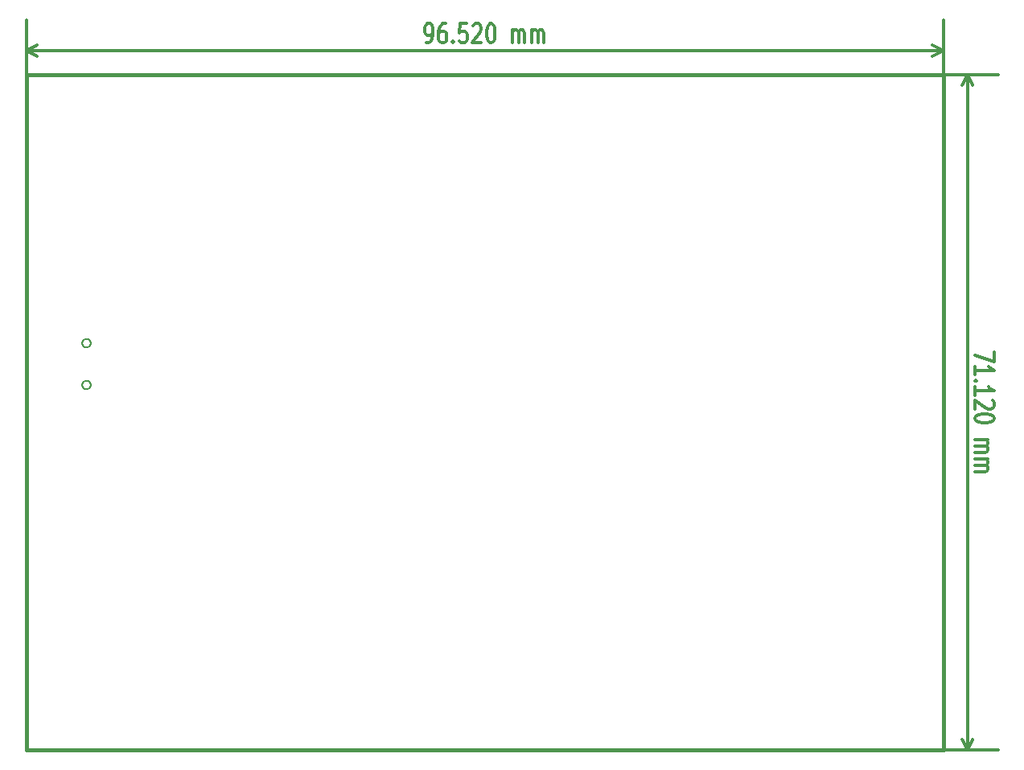
<source format=gbr>
G04 (created by PCBNEW-RS274X (2012-01-19 BZR 3256)-stable) date 16/09/2012 01:08:52*
G01*
G70*
G90*
%MOIN*%
G04 Gerber Fmt 3.4, Leading zero omitted, Abs format*
%FSLAX34Y34*%
G04 APERTURE LIST*
%ADD10C,0.006000*%
%ADD11C,0.012000*%
%ADD12C,0.015000*%
%ADD13C,0.005000*%
G04 APERTURE END LIST*
G54D10*
G54D11*
X100615Y-43987D02*
X100615Y-44387D01*
X99815Y-44130D01*
X99815Y-44929D02*
X99815Y-44586D01*
X99815Y-44758D02*
X100615Y-44758D01*
X100501Y-44701D01*
X100425Y-44643D01*
X100387Y-44586D01*
X99891Y-45186D02*
X99853Y-45214D01*
X99815Y-45186D01*
X99853Y-45157D01*
X99891Y-45186D01*
X99815Y-45186D01*
X99815Y-45786D02*
X99815Y-45443D01*
X99815Y-45615D02*
X100615Y-45615D01*
X100501Y-45558D01*
X100425Y-45500D01*
X100387Y-45443D01*
X100539Y-46014D02*
X100577Y-46043D01*
X100615Y-46100D01*
X100615Y-46243D01*
X100577Y-46300D01*
X100539Y-46329D01*
X100463Y-46357D01*
X100387Y-46357D01*
X100272Y-46329D01*
X99815Y-45986D01*
X99815Y-46357D01*
X100615Y-46728D02*
X100615Y-46785D01*
X100577Y-46842D01*
X100539Y-46871D01*
X100463Y-46900D01*
X100310Y-46928D01*
X100120Y-46928D01*
X99968Y-46900D01*
X99891Y-46871D01*
X99853Y-46842D01*
X99815Y-46785D01*
X99815Y-46728D01*
X99853Y-46671D01*
X99891Y-46642D01*
X99968Y-46614D01*
X100120Y-46585D01*
X100310Y-46585D01*
X100463Y-46614D01*
X100539Y-46642D01*
X100577Y-46671D01*
X100615Y-46728D01*
X99815Y-47642D02*
X100349Y-47642D01*
X100272Y-47642D02*
X100310Y-47670D01*
X100349Y-47728D01*
X100349Y-47813D01*
X100310Y-47870D01*
X100234Y-47899D01*
X99815Y-47899D01*
X100234Y-47899D02*
X100310Y-47928D01*
X100349Y-47985D01*
X100349Y-48070D01*
X100310Y-48128D01*
X100234Y-48156D01*
X99815Y-48156D01*
X99815Y-48442D02*
X100349Y-48442D01*
X100272Y-48442D02*
X100310Y-48470D01*
X100349Y-48528D01*
X100349Y-48613D01*
X100310Y-48670D01*
X100234Y-48699D01*
X99815Y-48699D01*
X100234Y-48699D02*
X100310Y-48728D01*
X100349Y-48785D01*
X100349Y-48870D01*
X100310Y-48928D01*
X100234Y-48956D01*
X99815Y-48956D01*
X99499Y-32500D02*
X99499Y-60500D01*
X98500Y-32500D02*
X100779Y-32500D01*
X98500Y-60500D02*
X100779Y-60500D01*
X99499Y-60500D02*
X99269Y-60057D01*
X99499Y-60500D02*
X99729Y-60057D01*
X99499Y-32500D02*
X99269Y-32943D01*
X99499Y-32500D02*
X99729Y-32943D01*
X77072Y-31185D02*
X77187Y-31185D01*
X77244Y-31147D01*
X77272Y-31109D01*
X77330Y-30994D01*
X77358Y-30842D01*
X77358Y-30537D01*
X77330Y-30461D01*
X77301Y-30423D01*
X77244Y-30385D01*
X77130Y-30385D01*
X77072Y-30423D01*
X77044Y-30461D01*
X77015Y-30537D01*
X77015Y-30728D01*
X77044Y-30804D01*
X77072Y-30842D01*
X77130Y-30880D01*
X77244Y-30880D01*
X77301Y-30842D01*
X77330Y-30804D01*
X77358Y-30728D01*
X77872Y-30385D02*
X77758Y-30385D01*
X77701Y-30423D01*
X77672Y-30461D01*
X77615Y-30575D01*
X77586Y-30728D01*
X77586Y-31032D01*
X77615Y-31109D01*
X77643Y-31147D01*
X77701Y-31185D01*
X77815Y-31185D01*
X77872Y-31147D01*
X77901Y-31109D01*
X77929Y-31032D01*
X77929Y-30842D01*
X77901Y-30766D01*
X77872Y-30728D01*
X77815Y-30690D01*
X77701Y-30690D01*
X77643Y-30728D01*
X77615Y-30766D01*
X77586Y-30842D01*
X78186Y-31109D02*
X78214Y-31147D01*
X78186Y-31185D01*
X78157Y-31147D01*
X78186Y-31109D01*
X78186Y-31185D01*
X78758Y-30385D02*
X78472Y-30385D01*
X78443Y-30766D01*
X78472Y-30728D01*
X78529Y-30690D01*
X78672Y-30690D01*
X78729Y-30728D01*
X78758Y-30766D01*
X78786Y-30842D01*
X78786Y-31032D01*
X78758Y-31109D01*
X78729Y-31147D01*
X78672Y-31185D01*
X78529Y-31185D01*
X78472Y-31147D01*
X78443Y-31109D01*
X79014Y-30461D02*
X79043Y-30423D01*
X79100Y-30385D01*
X79243Y-30385D01*
X79300Y-30423D01*
X79329Y-30461D01*
X79357Y-30537D01*
X79357Y-30613D01*
X79329Y-30728D01*
X78986Y-31185D01*
X79357Y-31185D01*
X79728Y-30385D02*
X79785Y-30385D01*
X79842Y-30423D01*
X79871Y-30461D01*
X79900Y-30537D01*
X79928Y-30690D01*
X79928Y-30880D01*
X79900Y-31032D01*
X79871Y-31109D01*
X79842Y-31147D01*
X79785Y-31185D01*
X79728Y-31185D01*
X79671Y-31147D01*
X79642Y-31109D01*
X79614Y-31032D01*
X79585Y-30880D01*
X79585Y-30690D01*
X79614Y-30537D01*
X79642Y-30461D01*
X79671Y-30423D01*
X79728Y-30385D01*
X80642Y-31185D02*
X80642Y-30651D01*
X80642Y-30728D02*
X80670Y-30690D01*
X80728Y-30651D01*
X80813Y-30651D01*
X80870Y-30690D01*
X80899Y-30766D01*
X80899Y-31185D01*
X80899Y-30766D02*
X80928Y-30690D01*
X80985Y-30651D01*
X81070Y-30651D01*
X81128Y-30690D01*
X81156Y-30766D01*
X81156Y-31185D01*
X81442Y-31185D02*
X81442Y-30651D01*
X81442Y-30728D02*
X81470Y-30690D01*
X81528Y-30651D01*
X81613Y-30651D01*
X81670Y-30690D01*
X81699Y-30766D01*
X81699Y-31185D01*
X81699Y-30766D02*
X81728Y-30690D01*
X81785Y-30651D01*
X81870Y-30651D01*
X81928Y-30690D01*
X81956Y-30766D01*
X81956Y-31185D01*
X60500Y-31501D02*
X98500Y-31501D01*
X60500Y-32500D02*
X60500Y-30221D01*
X98500Y-32500D02*
X98500Y-30221D01*
X98500Y-31501D02*
X98057Y-31731D01*
X98500Y-31501D02*
X98057Y-31271D01*
X60500Y-31501D02*
X60943Y-31731D01*
X60500Y-31501D02*
X60943Y-31271D01*
G54D12*
X98500Y-32500D02*
X60500Y-32500D01*
X98500Y-60500D02*
X98500Y-32500D01*
X60500Y-60500D02*
X98500Y-60500D01*
X60500Y-32500D02*
X60500Y-60500D01*
G54D13*
X63173Y-45366D02*
X63169Y-45400D01*
X63159Y-45433D01*
X63143Y-45463D01*
X63121Y-45490D01*
X63094Y-45512D01*
X63064Y-45529D01*
X63031Y-45539D01*
X62997Y-45542D01*
X62963Y-45539D01*
X62930Y-45530D01*
X62900Y-45514D01*
X62873Y-45492D01*
X62850Y-45465D01*
X62834Y-45435D01*
X62823Y-45402D01*
X62820Y-45368D01*
X62822Y-45335D01*
X62832Y-45301D01*
X62848Y-45271D01*
X62869Y-45244D01*
X62895Y-45221D01*
X62926Y-45204D01*
X62958Y-45194D01*
X62993Y-45190D01*
X63026Y-45192D01*
X63060Y-45201D01*
X63090Y-45217D01*
X63118Y-45238D01*
X63140Y-45264D01*
X63157Y-45295D01*
X63168Y-45327D01*
X63172Y-45362D01*
X63173Y-45366D01*
X63173Y-43634D02*
X63169Y-43668D01*
X63159Y-43701D01*
X63143Y-43731D01*
X63121Y-43758D01*
X63094Y-43780D01*
X63064Y-43797D01*
X63031Y-43807D01*
X62997Y-43810D01*
X62963Y-43807D01*
X62930Y-43798D01*
X62900Y-43782D01*
X62873Y-43760D01*
X62850Y-43733D01*
X62834Y-43703D01*
X62823Y-43670D01*
X62820Y-43636D01*
X62822Y-43603D01*
X62832Y-43569D01*
X62848Y-43539D01*
X62869Y-43512D01*
X62895Y-43489D01*
X62926Y-43472D01*
X62958Y-43462D01*
X62993Y-43458D01*
X63026Y-43460D01*
X63060Y-43469D01*
X63090Y-43485D01*
X63118Y-43506D01*
X63140Y-43532D01*
X63157Y-43563D01*
X63168Y-43595D01*
X63172Y-43630D01*
X63173Y-43634D01*
M02*

</source>
